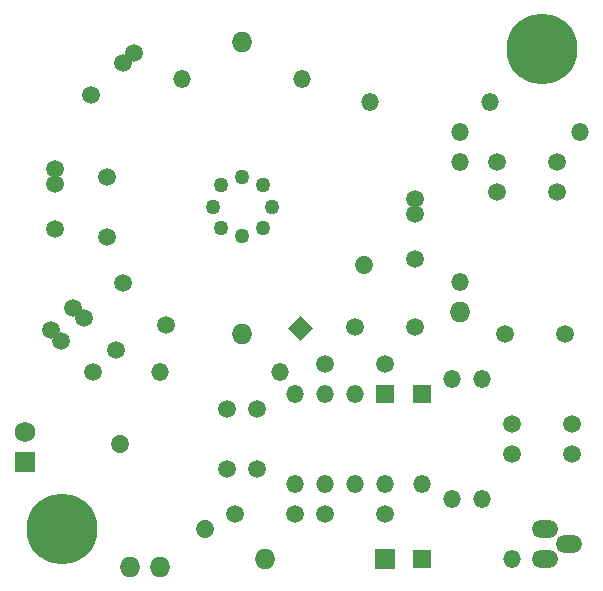
<source format=gbs>
G04 (created by PCBNEW (22-Jun-2014 BZR 4027)-stable) date Tue 23 Jan 2018 05:46:58 AM CST*
%MOIN*%
G04 Gerber Fmt 3.4, Leading zero omitted, Abs format*
%FSLAX34Y34*%
G01*
G70*
G90*
G04 APERTURE LIST*
%ADD10C,0.00590551*%
%ADD11O,0.0885X0.059*%
%ADD12O,0.059X0.059*%
%ADD13C,0.059*%
%ADD14C,0.05*%
%ADD15R,0.059X0.059*%
%ADD16O,0.069X0.069*%
%ADD17C,0.23622*%
%ADD18C,0.059*%
%ADD19R,0.069X0.069*%
%ADD20C,0.069*%
G04 APERTURE END LIST*
G54D10*
G54D11*
X95852Y-43250D03*
X96647Y-43750D03*
X95852Y-44250D03*
G54D12*
X92750Y-38250D03*
X92750Y-42250D03*
X93750Y-42250D03*
X93750Y-38250D03*
X83000Y-38000D03*
X87000Y-38000D03*
X83750Y-28250D03*
X87750Y-28250D03*
G54D13*
X84500Y-43250D02*
X84500Y-43250D01*
X81671Y-40421D02*
X81671Y-40421D01*
G54D14*
X85042Y-31792D03*
X86457Y-31792D03*
X86739Y-32500D03*
X85750Y-31510D03*
X86457Y-33207D03*
X85750Y-33489D03*
X85042Y-33207D03*
X84760Y-32500D03*
G54D15*
X90500Y-38750D03*
G54D12*
X89500Y-38750D03*
X88500Y-38750D03*
X87500Y-38750D03*
X87500Y-41750D03*
X88500Y-41750D03*
X90500Y-41750D03*
X89500Y-41750D03*
G54D16*
X83000Y-44500D03*
X82000Y-44500D03*
G54D17*
X95750Y-27250D03*
G54D18*
X94750Y-40750D03*
X96750Y-40750D03*
X91500Y-36500D03*
X89500Y-36500D03*
X85250Y-41250D03*
X85250Y-39250D03*
X86250Y-41250D03*
X86250Y-39250D03*
X88500Y-42750D03*
X90500Y-42750D03*
X81792Y-35042D03*
X83207Y-36457D03*
X81250Y-31500D03*
X81250Y-33500D03*
X96750Y-39750D03*
X94750Y-39750D03*
X90500Y-37750D03*
X88500Y-37750D03*
X87500Y-42750D03*
X85500Y-42750D03*
G54D16*
X85750Y-36750D03*
G54D19*
X90500Y-44250D03*
G54D16*
X86500Y-44250D03*
G54D15*
X91750Y-38750D03*
G54D12*
X91750Y-41750D03*
G54D10*
G36*
X87689Y-36143D02*
X88106Y-36560D01*
X87689Y-36977D01*
X87272Y-36560D01*
X87689Y-36143D01*
X87689Y-36143D01*
G37*
G54D13*
X89810Y-34439D02*
X89810Y-34439D01*
G54D15*
X91750Y-44250D03*
G54D12*
X94750Y-44250D03*
G54D18*
X82133Y-27366D03*
X80719Y-28780D03*
X81780Y-27719D03*
X79500Y-31250D03*
X79500Y-33250D03*
X79500Y-31750D03*
X91500Y-32250D03*
X91500Y-34250D03*
X91500Y-32750D03*
G54D19*
X78500Y-41000D03*
G54D20*
X78500Y-40000D03*
G54D17*
X79750Y-43250D03*
G54D16*
X85750Y-27000D03*
G54D12*
X90000Y-29000D03*
X94000Y-29000D03*
X97000Y-30000D03*
X93000Y-30000D03*
X93000Y-31000D03*
X93000Y-35000D03*
G54D18*
X94250Y-31000D03*
X96250Y-31000D03*
X96250Y-32000D03*
X94250Y-32000D03*
X96500Y-36750D03*
X94500Y-36750D03*
G54D16*
X93000Y-36000D03*
G54D18*
X80116Y-35866D03*
X81530Y-37280D03*
X80469Y-36219D03*
X79366Y-36616D03*
X80780Y-38030D03*
X79719Y-36969D03*
M02*

</source>
